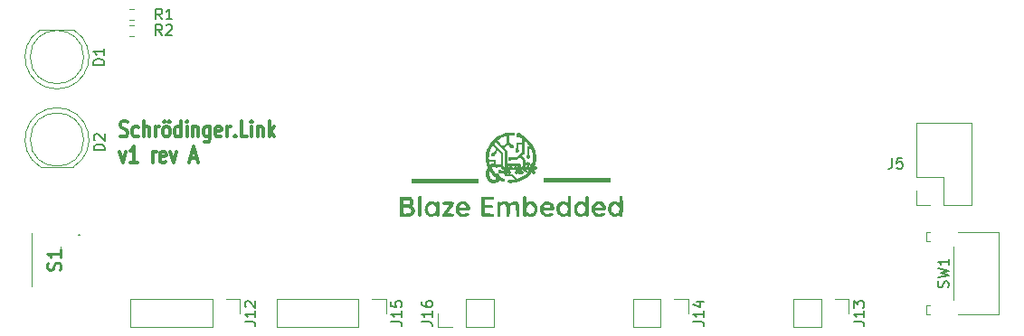
<source format=gbr>
%TF.GenerationSoftware,KiCad,Pcbnew,(6.0.0)*%
%TF.CreationDate,2022-06-06T22:52:27+03:00*%
%TF.ProjectId,link,6c696e6b-2e6b-4696-9361-645f70636258,rev?*%
%TF.SameCoordinates,Original*%
%TF.FileFunction,Legend,Top*%
%TF.FilePolarity,Positive*%
%FSLAX46Y46*%
G04 Gerber Fmt 4.6, Leading zero omitted, Abs format (unit mm)*
G04 Created by KiCad (PCBNEW (6.0.0)) date 2022-06-06 22:52:27*
%MOMM*%
%LPD*%
G01*
G04 APERTURE LIST*
%ADD10C,0.300000*%
%ADD11C,0.150000*%
%ADD12C,0.254000*%
%ADD13C,0.120000*%
%ADD14C,0.100000*%
%ADD15C,0.200000*%
G04 APERTURE END LIST*
D10*
X111423571Y-62399642D02*
X111595000Y-62471071D01*
X111880714Y-62471071D01*
X111995000Y-62399642D01*
X112052142Y-62328214D01*
X112109285Y-62185357D01*
X112109285Y-62042500D01*
X112052142Y-61899642D01*
X111995000Y-61828214D01*
X111880714Y-61756785D01*
X111652142Y-61685357D01*
X111537857Y-61613928D01*
X111480714Y-61542500D01*
X111423571Y-61399642D01*
X111423571Y-61256785D01*
X111480714Y-61113928D01*
X111537857Y-61042500D01*
X111652142Y-60971071D01*
X111937857Y-60971071D01*
X112109285Y-61042500D01*
X113137857Y-62399642D02*
X113023571Y-62471071D01*
X112795000Y-62471071D01*
X112680714Y-62399642D01*
X112623571Y-62328214D01*
X112566428Y-62185357D01*
X112566428Y-61756785D01*
X112623571Y-61613928D01*
X112680714Y-61542500D01*
X112795000Y-61471071D01*
X113023571Y-61471071D01*
X113137857Y-61542500D01*
X113652142Y-62471071D02*
X113652142Y-60971071D01*
X114166428Y-62471071D02*
X114166428Y-61685357D01*
X114109285Y-61542500D01*
X113995000Y-61471071D01*
X113823571Y-61471071D01*
X113709285Y-61542500D01*
X113652142Y-61613928D01*
X114737857Y-62471071D02*
X114737857Y-61471071D01*
X114737857Y-61756785D02*
X114795000Y-61613928D01*
X114852142Y-61542500D01*
X114966428Y-61471071D01*
X115080714Y-61471071D01*
X115652142Y-62471071D02*
X115537857Y-62399642D01*
X115480714Y-62328214D01*
X115423571Y-62185357D01*
X115423571Y-61756785D01*
X115480714Y-61613928D01*
X115537857Y-61542500D01*
X115652142Y-61471071D01*
X115823571Y-61471071D01*
X115937857Y-61542500D01*
X115995000Y-61613928D01*
X116052142Y-61756785D01*
X116052142Y-62185357D01*
X115995000Y-62328214D01*
X115937857Y-62399642D01*
X115823571Y-62471071D01*
X115652142Y-62471071D01*
X115537857Y-60971071D02*
X115595000Y-61042500D01*
X115537857Y-61113928D01*
X115480714Y-61042500D01*
X115537857Y-60971071D01*
X115537857Y-61113928D01*
X115995000Y-60971071D02*
X116052142Y-61042500D01*
X115995000Y-61113928D01*
X115937857Y-61042500D01*
X115995000Y-60971071D01*
X115995000Y-61113928D01*
X117080714Y-62471071D02*
X117080714Y-60971071D01*
X117080714Y-62399642D02*
X116966428Y-62471071D01*
X116737857Y-62471071D01*
X116623571Y-62399642D01*
X116566428Y-62328214D01*
X116509285Y-62185357D01*
X116509285Y-61756785D01*
X116566428Y-61613928D01*
X116623571Y-61542500D01*
X116737857Y-61471071D01*
X116966428Y-61471071D01*
X117080714Y-61542500D01*
X117652142Y-62471071D02*
X117652142Y-61471071D01*
X117652142Y-60971071D02*
X117595000Y-61042500D01*
X117652142Y-61113928D01*
X117709285Y-61042500D01*
X117652142Y-60971071D01*
X117652142Y-61113928D01*
X118223571Y-61471071D02*
X118223571Y-62471071D01*
X118223571Y-61613928D02*
X118280714Y-61542500D01*
X118395000Y-61471071D01*
X118566428Y-61471071D01*
X118680714Y-61542500D01*
X118737857Y-61685357D01*
X118737857Y-62471071D01*
X119823571Y-61471071D02*
X119823571Y-62685357D01*
X119766428Y-62828214D01*
X119709285Y-62899642D01*
X119595000Y-62971071D01*
X119423571Y-62971071D01*
X119309285Y-62899642D01*
X119823571Y-62399642D02*
X119709285Y-62471071D01*
X119480714Y-62471071D01*
X119366428Y-62399642D01*
X119309285Y-62328214D01*
X119252142Y-62185357D01*
X119252142Y-61756785D01*
X119309285Y-61613928D01*
X119366428Y-61542500D01*
X119480714Y-61471071D01*
X119709285Y-61471071D01*
X119823571Y-61542500D01*
X120852142Y-62399642D02*
X120737857Y-62471071D01*
X120509285Y-62471071D01*
X120395000Y-62399642D01*
X120337857Y-62256785D01*
X120337857Y-61685357D01*
X120395000Y-61542500D01*
X120509285Y-61471071D01*
X120737857Y-61471071D01*
X120852142Y-61542500D01*
X120909285Y-61685357D01*
X120909285Y-61828214D01*
X120337857Y-61971071D01*
X121423571Y-62471071D02*
X121423571Y-61471071D01*
X121423571Y-61756785D02*
X121480714Y-61613928D01*
X121537857Y-61542500D01*
X121652142Y-61471071D01*
X121766428Y-61471071D01*
X122166428Y-62328214D02*
X122223571Y-62399642D01*
X122166428Y-62471071D01*
X122109285Y-62399642D01*
X122166428Y-62328214D01*
X122166428Y-62471071D01*
X123309285Y-62471071D02*
X122737857Y-62471071D01*
X122737857Y-60971071D01*
X123709285Y-62471071D02*
X123709285Y-61471071D01*
X123709285Y-60971071D02*
X123652142Y-61042500D01*
X123709285Y-61113928D01*
X123766428Y-61042500D01*
X123709285Y-60971071D01*
X123709285Y-61113928D01*
X124280714Y-61471071D02*
X124280714Y-62471071D01*
X124280714Y-61613928D02*
X124337857Y-61542500D01*
X124452142Y-61471071D01*
X124623571Y-61471071D01*
X124737857Y-61542500D01*
X124795000Y-61685357D01*
X124795000Y-62471071D01*
X125366428Y-62471071D02*
X125366428Y-60971071D01*
X125480714Y-61899642D02*
X125823571Y-62471071D01*
X125823571Y-61471071D02*
X125366428Y-62042500D01*
X111366428Y-63886071D02*
X111652142Y-64886071D01*
X111937857Y-63886071D01*
X113023571Y-64886071D02*
X112337857Y-64886071D01*
X112680714Y-64886071D02*
X112680714Y-63386071D01*
X112566428Y-63600357D01*
X112452142Y-63743214D01*
X112337857Y-63814642D01*
X114452142Y-64886071D02*
X114452142Y-63886071D01*
X114452142Y-64171785D02*
X114509285Y-64028928D01*
X114566428Y-63957500D01*
X114680714Y-63886071D01*
X114795000Y-63886071D01*
X115652142Y-64814642D02*
X115537857Y-64886071D01*
X115309285Y-64886071D01*
X115195000Y-64814642D01*
X115137857Y-64671785D01*
X115137857Y-64100357D01*
X115195000Y-63957500D01*
X115309285Y-63886071D01*
X115537857Y-63886071D01*
X115652142Y-63957500D01*
X115709285Y-64100357D01*
X115709285Y-64243214D01*
X115137857Y-64386071D01*
X116109285Y-63886071D02*
X116395000Y-64886071D01*
X116680714Y-63886071D01*
X117995000Y-64457500D02*
X118566428Y-64457500D01*
X117880714Y-64886071D02*
X118280714Y-63386071D01*
X118680714Y-64886071D01*
%TO.C,G\u002A\u002A\u002A*%
X146657428Y-65238000D02*
X146512285Y-65165428D01*
X146294571Y-65165428D01*
X146076857Y-65238000D01*
X145931714Y-65383142D01*
X145859142Y-65528285D01*
X145786571Y-65818571D01*
X145786571Y-66036285D01*
X145859142Y-66326571D01*
X145931714Y-66471714D01*
X146076857Y-66616857D01*
X146294571Y-66689428D01*
X146439714Y-66689428D01*
X146657428Y-66616857D01*
X146730000Y-66544285D01*
X146730000Y-66036285D01*
X146439714Y-66036285D01*
X147600857Y-65165428D02*
X147600857Y-65528285D01*
X147238000Y-65383142D02*
X147600857Y-65528285D01*
X147963714Y-65383142D01*
X147383142Y-65818571D02*
X147600857Y-65528285D01*
X147818571Y-65818571D01*
X148762000Y-65165428D02*
X148762000Y-65528285D01*
X148399142Y-65383142D02*
X148762000Y-65528285D01*
X149124857Y-65383142D01*
X148544285Y-65818571D02*
X148762000Y-65528285D01*
X148979714Y-65818571D01*
X149923142Y-65165428D02*
X149923142Y-65528285D01*
X149560285Y-65383142D02*
X149923142Y-65528285D01*
X150286000Y-65383142D01*
X149705428Y-65818571D02*
X149923142Y-65528285D01*
X150140857Y-65818571D01*
D11*
%TO.C,J16*%
X139622380Y-79809523D02*
X140336666Y-79809523D01*
X140479523Y-79857142D01*
X140574761Y-79952380D01*
X140622380Y-80095238D01*
X140622380Y-80190476D01*
X140622380Y-78809523D02*
X140622380Y-79380952D01*
X140622380Y-79095238D02*
X139622380Y-79095238D01*
X139765238Y-79190476D01*
X139860476Y-79285714D01*
X139908095Y-79380952D01*
X139622380Y-77952380D02*
X139622380Y-78142857D01*
X139670000Y-78238095D01*
X139717619Y-78285714D01*
X139860476Y-78380952D01*
X140050952Y-78428571D01*
X140431904Y-78428571D01*
X140527142Y-78380952D01*
X140574761Y-78333333D01*
X140622380Y-78238095D01*
X140622380Y-78047619D01*
X140574761Y-77952380D01*
X140527142Y-77904761D01*
X140431904Y-77857142D01*
X140193809Y-77857142D01*
X140098571Y-77904761D01*
X140050952Y-77952380D01*
X140003333Y-78047619D01*
X140003333Y-78238095D01*
X140050952Y-78333333D01*
X140098571Y-78380952D01*
X140193809Y-78428571D01*
%TO.C,J15*%
X136782380Y-79809523D02*
X137496666Y-79809523D01*
X137639523Y-79857142D01*
X137734761Y-79952380D01*
X137782380Y-80095238D01*
X137782380Y-80190476D01*
X137782380Y-78809523D02*
X137782380Y-79380952D01*
X137782380Y-79095238D02*
X136782380Y-79095238D01*
X136925238Y-79190476D01*
X137020476Y-79285714D01*
X137068095Y-79380952D01*
X136782380Y-77904761D02*
X136782380Y-78380952D01*
X137258571Y-78428571D01*
X137210952Y-78380952D01*
X137163333Y-78285714D01*
X137163333Y-78047619D01*
X137210952Y-77952380D01*
X137258571Y-77904761D01*
X137353809Y-77857142D01*
X137591904Y-77857142D01*
X137687142Y-77904761D01*
X137734761Y-77952380D01*
X137782380Y-78047619D01*
X137782380Y-78285714D01*
X137734761Y-78380952D01*
X137687142Y-78428571D01*
%TO.C,D2*%
X109952380Y-63738095D02*
X108952380Y-63738095D01*
X108952380Y-63500000D01*
X109000000Y-63357142D01*
X109095238Y-63261904D01*
X109190476Y-63214285D01*
X109380952Y-63166666D01*
X109523809Y-63166666D01*
X109714285Y-63214285D01*
X109809523Y-63261904D01*
X109904761Y-63357142D01*
X109952380Y-63500000D01*
X109952380Y-63738095D01*
X109047619Y-62785714D02*
X109000000Y-62738095D01*
X108952380Y-62642857D01*
X108952380Y-62404761D01*
X109000000Y-62309523D01*
X109047619Y-62261904D01*
X109142857Y-62214285D01*
X109238095Y-62214285D01*
X109380952Y-62261904D01*
X109952380Y-62833333D01*
X109952380Y-62214285D01*
%TO.C,J14*%
X165057380Y-79809523D02*
X165771666Y-79809523D01*
X165914523Y-79857142D01*
X166009761Y-79952380D01*
X166057380Y-80095238D01*
X166057380Y-80190476D01*
X166057380Y-78809523D02*
X166057380Y-79380952D01*
X166057380Y-79095238D02*
X165057380Y-79095238D01*
X165200238Y-79190476D01*
X165295476Y-79285714D01*
X165343095Y-79380952D01*
X165390714Y-77952380D02*
X166057380Y-77952380D01*
X165009761Y-78190476D02*
X165724047Y-78428571D01*
X165724047Y-77809523D01*
%TO.C,D1*%
X109912380Y-55733095D02*
X108912380Y-55733095D01*
X108912380Y-55495000D01*
X108960000Y-55352142D01*
X109055238Y-55256904D01*
X109150476Y-55209285D01*
X109340952Y-55161666D01*
X109483809Y-55161666D01*
X109674285Y-55209285D01*
X109769523Y-55256904D01*
X109864761Y-55352142D01*
X109912380Y-55495000D01*
X109912380Y-55733095D01*
X109912380Y-54209285D02*
X109912380Y-54780714D01*
X109912380Y-54495000D02*
X108912380Y-54495000D01*
X109055238Y-54590238D01*
X109150476Y-54685476D01*
X109198095Y-54780714D01*
%TO.C,SW1*%
X188904761Y-76583333D02*
X188952380Y-76440476D01*
X188952380Y-76202380D01*
X188904761Y-76107142D01*
X188857142Y-76059523D01*
X188761904Y-76011904D01*
X188666666Y-76011904D01*
X188571428Y-76059523D01*
X188523809Y-76107142D01*
X188476190Y-76202380D01*
X188428571Y-76392857D01*
X188380952Y-76488095D01*
X188333333Y-76535714D01*
X188238095Y-76583333D01*
X188142857Y-76583333D01*
X188047619Y-76535714D01*
X188000000Y-76488095D01*
X187952380Y-76392857D01*
X187952380Y-76154761D01*
X188000000Y-76011904D01*
X187952380Y-75678571D02*
X188952380Y-75440476D01*
X188238095Y-75250000D01*
X188952380Y-75059523D01*
X187952380Y-74821428D01*
X188952380Y-73916666D02*
X188952380Y-74488095D01*
X188952380Y-74202380D02*
X187952380Y-74202380D01*
X188095238Y-74297619D01*
X188190476Y-74392857D01*
X188238095Y-74488095D01*
%TO.C,J5*%
X183666666Y-64452380D02*
X183666666Y-65166666D01*
X183619047Y-65309523D01*
X183523809Y-65404761D01*
X183380952Y-65452380D01*
X183285714Y-65452380D01*
X184619047Y-64452380D02*
X184142857Y-64452380D01*
X184095238Y-64928571D01*
X184142857Y-64880952D01*
X184238095Y-64833333D01*
X184476190Y-64833333D01*
X184571428Y-64880952D01*
X184619047Y-64928571D01*
X184666666Y-65023809D01*
X184666666Y-65261904D01*
X184619047Y-65357142D01*
X184571428Y-65404761D01*
X184476190Y-65452380D01*
X184238095Y-65452380D01*
X184142857Y-65404761D01*
X184095238Y-65357142D01*
%TO.C,J12*%
X123082380Y-79809523D02*
X123796666Y-79809523D01*
X123939523Y-79857142D01*
X124034761Y-79952380D01*
X124082380Y-80095238D01*
X124082380Y-80190476D01*
X124082380Y-78809523D02*
X124082380Y-79380952D01*
X124082380Y-79095238D02*
X123082380Y-79095238D01*
X123225238Y-79190476D01*
X123320476Y-79285714D01*
X123368095Y-79380952D01*
X123177619Y-78428571D02*
X123130000Y-78380952D01*
X123082380Y-78285714D01*
X123082380Y-78047619D01*
X123130000Y-77952380D01*
X123177619Y-77904761D01*
X123272857Y-77857142D01*
X123368095Y-77857142D01*
X123510952Y-77904761D01*
X124082380Y-78476190D01*
X124082380Y-77857142D01*
%TO.C,R1*%
X115333333Y-51452380D02*
X115000000Y-50976190D01*
X114761904Y-51452380D02*
X114761904Y-50452380D01*
X115142857Y-50452380D01*
X115238095Y-50500000D01*
X115285714Y-50547619D01*
X115333333Y-50642857D01*
X115333333Y-50785714D01*
X115285714Y-50880952D01*
X115238095Y-50928571D01*
X115142857Y-50976190D01*
X114761904Y-50976190D01*
X116285714Y-51452380D02*
X115714285Y-51452380D01*
X116000000Y-51452380D02*
X116000000Y-50452380D01*
X115904761Y-50595238D01*
X115809523Y-50690476D01*
X115714285Y-50738095D01*
%TO.C,R2*%
X115333333Y-52952380D02*
X115000000Y-52476190D01*
X114761904Y-52952380D02*
X114761904Y-51952380D01*
X115142857Y-51952380D01*
X115238095Y-52000000D01*
X115285714Y-52047619D01*
X115333333Y-52142857D01*
X115333333Y-52285714D01*
X115285714Y-52380952D01*
X115238095Y-52428571D01*
X115142857Y-52476190D01*
X114761904Y-52476190D01*
X115714285Y-52047619D02*
X115761904Y-52000000D01*
X115857142Y-51952380D01*
X116095238Y-51952380D01*
X116190476Y-52000000D01*
X116238095Y-52047619D01*
X116285714Y-52142857D01*
X116285714Y-52238095D01*
X116238095Y-52380952D01*
X115666666Y-52952380D01*
X116285714Y-52952380D01*
%TO.C,J13*%
X180057380Y-79809523D02*
X180771666Y-79809523D01*
X180914523Y-79857142D01*
X181009761Y-79952380D01*
X181057380Y-80095238D01*
X181057380Y-80190476D01*
X181057380Y-78809523D02*
X181057380Y-79380952D01*
X181057380Y-79095238D02*
X180057380Y-79095238D01*
X180200238Y-79190476D01*
X180295476Y-79285714D01*
X180343095Y-79380952D01*
X180057380Y-78476190D02*
X180057380Y-77857142D01*
X180438333Y-78190476D01*
X180438333Y-78047619D01*
X180485952Y-77952380D01*
X180533571Y-77904761D01*
X180628809Y-77857142D01*
X180866904Y-77857142D01*
X180962142Y-77904761D01*
X181009761Y-77952380D01*
X181057380Y-78047619D01*
X181057380Y-78333333D01*
X181009761Y-78428571D01*
X180962142Y-78476190D01*
D12*
%TO.C,S1*%
X105789047Y-74967619D02*
X105849523Y-74786190D01*
X105849523Y-74483809D01*
X105789047Y-74362857D01*
X105728571Y-74302380D01*
X105607619Y-74241904D01*
X105486666Y-74241904D01*
X105365714Y-74302380D01*
X105305238Y-74362857D01*
X105244761Y-74483809D01*
X105184285Y-74725714D01*
X105123809Y-74846666D01*
X105063333Y-74907142D01*
X104942380Y-74967619D01*
X104821428Y-74967619D01*
X104700476Y-74907142D01*
X104640000Y-74846666D01*
X104579523Y-74725714D01*
X104579523Y-74423333D01*
X104640000Y-74241904D01*
X105849523Y-73032380D02*
X105849523Y-73758095D01*
X105849523Y-73395238D02*
X104579523Y-73395238D01*
X104760952Y-73516190D01*
X104881904Y-73637142D01*
X104942380Y-73758095D01*
%TO.C,G\u002A\u002A\u002A*%
G36*
X139948135Y-68994909D02*
G01*
X140011403Y-68838763D01*
X140115301Y-68703144D01*
X140159651Y-68660486D01*
X140304758Y-68564234D01*
X140468399Y-68514396D01*
X140638257Y-68512309D01*
X140802018Y-68559306D01*
X140851971Y-68585431D01*
X140947342Y-68641701D01*
X141012497Y-68571398D01*
X141092985Y-68512702D01*
X141173245Y-68509181D01*
X141247046Y-68556674D01*
X141265322Y-68578050D01*
X141279094Y-68605720D01*
X141288995Y-68647209D01*
X141295659Y-68710046D01*
X141299718Y-68801758D01*
X141301806Y-68929871D01*
X141302555Y-69101915D01*
X141302626Y-69217449D01*
X141302026Y-69423334D01*
X141299915Y-69580861D01*
X141295825Y-69697242D01*
X141289288Y-69779691D01*
X141279836Y-69835418D01*
X141267002Y-69871637D01*
X141259365Y-69884407D01*
X141194527Y-69935192D01*
X141114113Y-69945027D01*
X141039618Y-69913802D01*
X141013303Y-69885687D01*
X140970939Y-69825202D01*
X140834280Y-69899582D01*
X140666031Y-69961712D01*
X140490777Y-69972993D01*
X140320788Y-69933080D01*
X140280720Y-69915145D01*
X140130572Y-69811272D01*
X140018389Y-69669488D01*
X139946534Y-69494564D01*
X139917368Y-69291270D01*
X139918059Y-69251422D01*
X140218818Y-69251422D01*
X140240256Y-69400836D01*
X140298992Y-69524157D01*
X140386665Y-69616150D01*
X140494911Y-69671578D01*
X140615368Y-69685205D01*
X140739674Y-69651792D01*
X140800690Y-69615786D01*
X140904672Y-69521189D01*
X140962266Y-69411888D01*
X140981106Y-69272702D01*
X140981155Y-69256952D01*
X140960252Y-69090200D01*
X140902101Y-68959250D01*
X140810203Y-68867885D01*
X140688059Y-68819887D01*
X140572233Y-68815139D01*
X140435777Y-68852018D01*
X140328413Y-68932848D01*
X140255094Y-69051516D01*
X140220771Y-69201909D01*
X140218818Y-69251422D01*
X139918059Y-69251422D01*
X139919206Y-69185309D01*
X139948135Y-68994909D01*
G37*
G36*
X142915861Y-68863433D02*
G01*
X143024347Y-68712919D01*
X143167624Y-68599154D01*
X143341188Y-68527668D01*
X143425176Y-68511143D01*
X143591540Y-68514824D01*
X143751386Y-68566641D01*
X143896103Y-68659192D01*
X144017079Y-68785072D01*
X144105701Y-68936879D01*
X144153358Y-69107209D01*
X144157005Y-69140263D01*
X144161666Y-69211121D01*
X144157451Y-69263818D01*
X144137337Y-69301322D01*
X144094300Y-69326604D01*
X144021318Y-69342631D01*
X143911367Y-69352372D01*
X143757424Y-69358797D01*
X143631108Y-69362582D01*
X143457430Y-69367895D01*
X143331776Y-69372994D01*
X143246607Y-69378991D01*
X143194383Y-69386996D01*
X143167564Y-69398120D01*
X143158610Y-69413475D01*
X143159632Y-69432057D01*
X143195205Y-69507956D01*
X143267718Y-69583362D01*
X143360374Y-69643580D01*
X143431002Y-69669486D01*
X143594332Y-69681000D01*
X143757185Y-69645656D01*
X143809287Y-69622872D01*
X143914167Y-69587409D01*
X143998199Y-69594334D01*
X144053208Y-69642723D01*
X144057284Y-69650861D01*
X144070273Y-69732641D01*
X144030418Y-69808068D01*
X143936509Y-69879109D01*
X143907003Y-69895104D01*
X143788971Y-69936442D01*
X143640786Y-69961220D01*
X143484697Y-69968012D01*
X143342956Y-69955395D01*
X143268707Y-69935979D01*
X143100519Y-69845321D01*
X142968109Y-69715347D01*
X142875686Y-69552485D01*
X142827457Y-69363163D01*
X142821268Y-69252600D01*
X142843699Y-69069408D01*
X143136762Y-69069408D01*
X143162796Y-69075194D01*
X143233886Y-69079975D01*
X143339508Y-69083287D01*
X143469139Y-69084669D01*
X143484136Y-69084683D01*
X143615731Y-69083538D01*
X143724453Y-69080412D01*
X143799779Y-69075767D01*
X143831188Y-69070067D01*
X143831510Y-69069408D01*
X143812036Y-69010381D01*
X143764152Y-68938693D01*
X143703663Y-68875360D01*
X143665680Y-68848939D01*
X143541529Y-68810522D01*
X143413499Y-68813948D01*
X143296606Y-68855399D01*
X143205869Y-68931061D01*
X143178917Y-68972613D01*
X143150002Y-69032712D01*
X143136838Y-69068336D01*
X143136762Y-69069408D01*
X142843699Y-69069408D01*
X142846667Y-69045169D01*
X142915861Y-68863433D01*
G37*
G36*
X149111597Y-68984982D02*
G01*
X149111735Y-68742465D01*
X149112405Y-68549274D01*
X149113991Y-68399155D01*
X149116875Y-68285855D01*
X149121443Y-68203119D01*
X149128077Y-68144695D01*
X149137162Y-68104327D01*
X149149081Y-68075763D01*
X149164217Y-68052749D01*
X149169194Y-68046308D01*
X149240671Y-67985746D01*
X149315316Y-67980515D01*
X149389497Y-68028665D01*
X149414865Y-68060584D01*
X149431200Y-68103229D01*
X149440404Y-68168490D01*
X149444381Y-68268257D01*
X149445077Y-68376039D01*
X149446199Y-68495827D01*
X149449235Y-68591782D01*
X149453687Y-68652426D01*
X149457737Y-68667834D01*
X149486388Y-68653646D01*
X149543421Y-68617981D01*
X149569820Y-68600364D01*
X149720276Y-68528718D01*
X149878026Y-68507006D01*
X150034777Y-68531811D01*
X150182238Y-68599718D01*
X150312117Y-68707310D01*
X150416121Y-68851172D01*
X150468781Y-68970722D01*
X150485369Y-69047650D01*
X150496931Y-69155701D01*
X150500823Y-69262517D01*
X150478466Y-69460880D01*
X150416116Y-69633462D01*
X150319986Y-69775832D01*
X150196289Y-69883559D01*
X150051239Y-69952211D01*
X149891049Y-69977357D01*
X149721931Y-69954566D01*
X149598396Y-69906122D01*
X149464397Y-69838283D01*
X149411035Y-69906122D01*
X149339481Y-69961153D01*
X149257119Y-69973121D01*
X149182064Y-69941597D01*
X149154858Y-69912197D01*
X149142490Y-69887748D01*
X149132664Y-69849654D01*
X149125104Y-69791977D01*
X149119533Y-69708780D01*
X149115674Y-69594127D01*
X149113250Y-69442080D01*
X149111984Y-69246702D01*
X149111983Y-69246132D01*
X149446673Y-69246132D01*
X149455090Y-69371593D01*
X149483916Y-69468240D01*
X149570122Y-69582791D01*
X149682120Y-69655298D01*
X149808737Y-69682741D01*
X149938805Y-69662100D01*
X150028665Y-69615528D01*
X150113691Y-69524890D01*
X150170109Y-69400632D01*
X150194717Y-69258567D01*
X150184310Y-69114510D01*
X150150761Y-69012898D01*
X150073528Y-68906788D01*
X149968976Y-68839215D01*
X149849370Y-68810247D01*
X149726977Y-68819955D01*
X149614062Y-68868407D01*
X149522892Y-68955672D01*
X149491485Y-69009179D01*
X149458938Y-69117281D01*
X149446673Y-69246132D01*
X149111983Y-69246132D01*
X149111599Y-69002056D01*
X149111597Y-68984982D01*
G37*
G36*
X150772146Y-68898665D02*
G01*
X150884537Y-68737394D01*
X151022869Y-68618250D01*
X151179055Y-68542437D01*
X151345010Y-68511162D01*
X151512645Y-68525630D01*
X151673875Y-68587046D01*
X151820614Y-68696616D01*
X151858544Y-68736706D01*
X151946342Y-68858744D01*
X152008554Y-68989934D01*
X152041551Y-69117456D01*
X152041705Y-69228493D01*
X152016695Y-69295405D01*
X151999149Y-69319880D01*
X151977848Y-69337546D01*
X151944269Y-69349512D01*
X151889889Y-69356889D01*
X151806187Y-69360786D01*
X151684637Y-69362314D01*
X151516719Y-69362582D01*
X151500891Y-69362582D01*
X151328205Y-69363013D01*
X151203439Y-69364832D01*
X151118937Y-69368830D01*
X151067043Y-69375797D01*
X151040101Y-69386523D01*
X151030454Y-69401799D01*
X151029721Y-69411214D01*
X151047020Y-69468818D01*
X151078353Y-69518900D01*
X151192886Y-69618326D01*
X151331743Y-69672670D01*
X151482720Y-69678741D01*
X151589226Y-69652504D01*
X151737264Y-69605982D01*
X151843754Y-69593483D01*
X151911425Y-69615434D01*
X151943005Y-69672264D01*
X151946171Y-69708515D01*
X151920424Y-69788218D01*
X151850043Y-69856832D01*
X151745315Y-69911796D01*
X151616527Y-69950548D01*
X151473966Y-69970526D01*
X151327919Y-69969169D01*
X151188675Y-69943913D01*
X151112473Y-69916132D01*
X150943381Y-69812644D01*
X150814210Y-69671771D01*
X150769834Y-69598797D01*
X150728265Y-69479276D01*
X150707885Y-69328853D01*
X150708626Y-69167980D01*
X150729304Y-69024841D01*
X151029102Y-69024841D01*
X151038672Y-69055647D01*
X151088155Y-69073650D01*
X151182424Y-69082197D01*
X151326356Y-69084634D01*
X151362582Y-69084683D01*
X151503862Y-69083993D01*
X151598675Y-69081007D01*
X151656126Y-69074349D01*
X151685321Y-69062643D01*
X151695364Y-69044514D01*
X151696061Y-69034302D01*
X151677039Y-68984436D01*
X151629556Y-68921435D01*
X151610867Y-68902300D01*
X151554644Y-68855273D01*
X151498069Y-68830693D01*
X151419621Y-68821600D01*
X151358478Y-68820678D01*
X151261509Y-68823449D01*
X151199485Y-68836769D01*
X151151856Y-68868150D01*
X151110193Y-68911434D01*
X151054567Y-68977886D01*
X151029102Y-69024841D01*
X150729304Y-69024841D01*
X150730421Y-69017110D01*
X150772146Y-68898665D01*
G37*
G36*
X152264891Y-69035172D02*
G01*
X152327436Y-68861893D01*
X152424004Y-68718002D01*
X152548247Y-68607958D01*
X152693818Y-68536220D01*
X152854369Y-68507246D01*
X153023554Y-68525493D01*
X153170201Y-68581876D01*
X153239816Y-68616791D01*
X153286271Y-68637545D01*
X153294838Y-68640044D01*
X153300204Y-68614174D01*
X153304498Y-68544239D01*
X153307203Y-68441751D01*
X153307878Y-68349825D01*
X153308763Y-68218602D01*
X153312840Y-68131441D01*
X153322240Y-68076836D01*
X153339093Y-68043280D01*
X153365532Y-68019267D01*
X153369641Y-68016346D01*
X153454964Y-67976992D01*
X153527489Y-67990251D01*
X153567575Y-68023906D01*
X153580413Y-68043121D01*
X153590649Y-68073228D01*
X153598570Y-68120111D01*
X153604461Y-68189653D01*
X153608611Y-68287738D01*
X153611307Y-68420249D01*
X153612835Y-68593070D01*
X153613482Y-68812084D01*
X153613567Y-68966779D01*
X153613373Y-69225658D01*
X153612228Y-69434362D01*
X153609290Y-69598294D01*
X153603715Y-69722859D01*
X153594660Y-69813460D01*
X153581281Y-69875502D01*
X153562734Y-69914389D01*
X153538177Y-69935524D01*
X153506766Y-69944313D01*
X153467658Y-69946159D01*
X153460722Y-69946171D01*
X153391796Y-69927826D01*
X153333656Y-69883870D01*
X153307927Y-69830919D01*
X153307878Y-69828719D01*
X153291291Y-69821313D01*
X153258228Y-69843539D01*
X153137404Y-69918935D01*
X152987956Y-69961637D01*
X152827726Y-69969450D01*
X152674556Y-69940175D01*
X152627024Y-69921275D01*
X152475844Y-69821835D01*
X152359769Y-69682475D01*
X152281873Y-69508697D01*
X152245230Y-69306002D01*
X152243532Y-69257000D01*
X152544199Y-69257000D01*
X152565439Y-69386874D01*
X152618438Y-69501607D01*
X152697579Y-69594207D01*
X152797247Y-69657681D01*
X152911826Y-69685038D01*
X153035701Y-69669285D01*
X153135517Y-69622349D01*
X153226862Y-69533993D01*
X153283978Y-69415378D01*
X153307247Y-69279731D01*
X153297047Y-69140282D01*
X153253760Y-69010260D01*
X153177767Y-68902895D01*
X153113388Y-68852913D01*
X152989580Y-68809619D01*
X152859450Y-68813786D01*
X152738016Y-68861557D01*
X152640297Y-68949073D01*
X152619458Y-68979797D01*
X152560334Y-69118977D01*
X152544199Y-69257000D01*
X152243532Y-69257000D01*
X152242714Y-69233381D01*
X152264891Y-69035172D01*
G37*
G36*
X153905838Y-69237527D02*
G01*
X153914815Y-69061886D01*
X153945126Y-68924282D01*
X154002987Y-68809265D01*
X154094611Y-68701389D01*
X154137988Y-68660486D01*
X154282667Y-68564506D01*
X154445958Y-68514567D01*
X154615375Y-68512038D01*
X154778434Y-68558291D01*
X154828904Y-68584602D01*
X154891605Y-68619922D01*
X154930945Y-68638969D01*
X154935177Y-68640044D01*
X154940579Y-68614315D01*
X154944774Y-68545365D01*
X154947159Y-68445550D01*
X154947484Y-68388107D01*
X154953976Y-68218560D01*
X154974961Y-68097834D01*
X155012698Y-68020532D01*
X155069449Y-67981260D01*
X155121171Y-67973511D01*
X155176018Y-67991804D01*
X155225383Y-68028665D01*
X155240918Y-68046457D01*
X155253256Y-68069394D01*
X155262764Y-68103590D01*
X155269809Y-68155157D01*
X155274759Y-68230207D01*
X155277982Y-68334854D01*
X155279844Y-68475210D01*
X155280713Y-68657387D01*
X155280957Y-68887498D01*
X155280963Y-68953445D01*
X155280626Y-69201933D01*
X155279430Y-69400768D01*
X155277102Y-69555873D01*
X155273365Y-69673171D01*
X155267945Y-69758585D01*
X155260565Y-69818039D01*
X155250952Y-69857455D01*
X155238829Y-69882758D01*
X155237702Y-69884407D01*
X155172864Y-69935192D01*
X155092450Y-69945027D01*
X155017955Y-69913802D01*
X154991640Y-69885687D01*
X154949276Y-69825202D01*
X154812617Y-69899582D01*
X154645431Y-69960127D01*
X154467634Y-69970300D01*
X154314954Y-69936865D01*
X154163575Y-69853304D01*
X154037621Y-69725079D01*
X153974836Y-69623921D01*
X153939694Y-69546188D01*
X153918697Y-69470536D01*
X153908517Y-69378332D01*
X153905837Y-69251422D01*
X154197155Y-69251422D01*
X154219172Y-69407219D01*
X154280054Y-69532694D01*
X154372053Y-69622985D01*
X154487416Y-69673227D01*
X154618396Y-69678558D01*
X154757241Y-69634115D01*
X154783925Y-69619611D01*
X154881382Y-69531859D01*
X154940370Y-69406100D01*
X154959147Y-69251422D01*
X154938180Y-69087125D01*
X154879343Y-68957596D01*
X154786556Y-68867021D01*
X154663737Y-68819585D01*
X154550570Y-68815139D01*
X154414114Y-68852018D01*
X154306750Y-68932848D01*
X154233431Y-69051516D01*
X154199108Y-69201909D01*
X154197155Y-69251422D01*
X153905837Y-69251422D01*
X153905827Y-69250944D01*
X153905838Y-69237527D01*
G37*
G36*
X155641635Y-68856712D02*
G01*
X155752582Y-68710519D01*
X155897489Y-68598059D01*
X156071838Y-68526431D01*
X156140037Y-68512152D01*
X156293632Y-68513952D01*
X156450894Y-68561812D01*
X156599305Y-68648621D01*
X156726349Y-68767266D01*
X156811091Y-68893449D01*
X156862235Y-69021446D01*
X156885759Y-69143320D01*
X156880345Y-69245271D01*
X156850634Y-69307511D01*
X156828350Y-69327804D01*
X156798146Y-69342415D01*
X156751347Y-69352267D01*
X156679283Y-69358282D01*
X156573279Y-69361382D01*
X156424664Y-69362488D01*
X156332673Y-69362582D01*
X156148294Y-69363235D01*
X156014402Y-69366787D01*
X155925910Y-69375624D01*
X155877727Y-69392133D01*
X155864763Y-69418703D01*
X155881931Y-69457719D01*
X155924139Y-69511569D01*
X155950460Y-69541862D01*
X156067328Y-69637175D01*
X156205609Y-69681232D01*
X156365411Y-69674062D01*
X156395986Y-69667450D01*
X156477242Y-69644017D01*
X156533541Y-69620468D01*
X156547131Y-69609899D01*
X156585246Y-69591275D01*
X156650640Y-69586057D01*
X156716528Y-69594752D01*
X156744104Y-69606170D01*
X156781296Y-69660649D01*
X156779478Y-69744260D01*
X156771890Y-69770626D01*
X156723486Y-69834264D01*
X156632459Y-69888659D01*
X156511379Y-69931132D01*
X156372813Y-69959003D01*
X156229330Y-69969594D01*
X156093498Y-69960226D01*
X155996806Y-69935832D01*
X155820977Y-69844147D01*
X155686318Y-69715295D01*
X155594077Y-69550722D01*
X155557752Y-69426710D01*
X155539701Y-69221906D01*
X155562572Y-69072597D01*
X155864551Y-69072597D01*
X155890583Y-69077184D01*
X155961648Y-69080972D01*
X156067202Y-69083591D01*
X156196699Y-69084673D01*
X156210480Y-69084683D01*
X156556409Y-69084683D01*
X156527606Y-69002060D01*
X156468382Y-68909886D01*
X156373311Y-68845683D01*
X156256613Y-68813284D01*
X156132506Y-68816521D01*
X156015209Y-68859226D01*
X156009756Y-68862480D01*
X155938630Y-68923860D01*
X155885062Y-69001903D01*
X155864551Y-69072597D01*
X155562572Y-69072597D01*
X155569168Y-69029540D01*
X155641635Y-68856712D01*
G37*
G36*
X157116776Y-68971674D02*
G01*
X157156635Y-68874073D01*
X157260706Y-68717368D01*
X157394620Y-68602313D01*
X157550109Y-68531751D01*
X157718904Y-68508530D01*
X157892736Y-68535496D01*
X158005649Y-68581876D01*
X158075264Y-68616791D01*
X158121720Y-68637545D01*
X158130287Y-68640044D01*
X158135653Y-68614174D01*
X158139947Y-68544239D01*
X158142652Y-68441751D01*
X158143326Y-68349825D01*
X158144211Y-68218602D01*
X158148288Y-68131441D01*
X158157688Y-68076836D01*
X158174542Y-68043280D01*
X158200981Y-68019267D01*
X158205089Y-68016346D01*
X158288876Y-67977229D01*
X158360891Y-67990259D01*
X158409971Y-68031583D01*
X158424699Y-68050741D01*
X158436419Y-68076136D01*
X158445470Y-68113843D01*
X158452197Y-68169934D01*
X158456939Y-68250483D01*
X158460040Y-68361562D01*
X158461840Y-68509246D01*
X158462683Y-68699607D01*
X158462908Y-68938719D01*
X158462910Y-68972169D01*
X158462705Y-69230269D01*
X158461513Y-69438208D01*
X158458472Y-69601404D01*
X158452718Y-69725277D01*
X158443389Y-69815245D01*
X158429620Y-69876727D01*
X158410548Y-69915141D01*
X158385312Y-69935906D01*
X158353046Y-69944441D01*
X158312888Y-69946164D01*
X158307746Y-69946171D01*
X158230401Y-69927174D01*
X158177909Y-69891480D01*
X158146479Y-69861253D01*
X158116487Y-69852501D01*
X158071054Y-69866481D01*
X157993303Y-69904453D01*
X157991482Y-69905375D01*
X157824807Y-69961548D01*
X157650575Y-69970265D01*
X157484959Y-69931039D01*
X157462473Y-69921275D01*
X157317981Y-69825316D01*
X157204387Y-69691243D01*
X157124580Y-69528950D01*
X157081450Y-69348329D01*
X157079523Y-69246132D01*
X157394595Y-69246132D01*
X157403012Y-69371593D01*
X157431838Y-69468240D01*
X157518680Y-69583262D01*
X157631963Y-69655753D01*
X157760612Y-69682547D01*
X157893557Y-69660479D01*
X157970966Y-69622349D01*
X158061715Y-69534866D01*
X158118671Y-69417788D01*
X158142471Y-69284105D01*
X158133751Y-69146811D01*
X158093147Y-69018896D01*
X158021297Y-68913354D01*
X157933098Y-68849475D01*
X157796183Y-68810829D01*
X157663988Y-68821134D01*
X157547675Y-68876778D01*
X157458405Y-68974152D01*
X157439406Y-69009179D01*
X157406859Y-69117281D01*
X157394595Y-69246132D01*
X157079523Y-69246132D01*
X157077885Y-69159273D01*
X157116776Y-68971674D01*
G37*
G36*
X137578893Y-69224072D02*
G01*
X137578775Y-69032029D01*
X137578930Y-68806783D01*
X137909819Y-68806783D01*
X138175041Y-68806783D01*
X138303178Y-68805241D01*
X138388465Y-68799151D01*
X138443581Y-68786315D01*
X138481208Y-68764537D01*
X138495843Y-68751204D01*
X138541710Y-68670984D01*
X138549423Y-68575598D01*
X138519202Y-68487896D01*
X138493002Y-68456769D01*
X138454807Y-68430636D01*
X138401948Y-68414579D01*
X138321391Y-68406388D01*
X138200098Y-68403858D01*
X138180365Y-68403829D01*
X137926149Y-68403829D01*
X137909819Y-68806783D01*
X137578930Y-68806783D01*
X137578941Y-68790791D01*
X137579680Y-68599024D01*
X137581355Y-68450619D01*
X137584325Y-68339468D01*
X137588953Y-68259463D01*
X137595600Y-68204495D01*
X137604628Y-68168455D01*
X137616398Y-68145235D01*
X137631271Y-68128727D01*
X137632276Y-68127811D01*
X137658054Y-68109685D01*
X137694591Y-68097102D01*
X137750712Y-68089386D01*
X137835240Y-68085861D01*
X137957000Y-68085853D01*
X138124816Y-68088686D01*
X138139443Y-68088992D01*
X138319504Y-68093869D01*
X138453211Y-68100430D01*
X138549784Y-68109670D01*
X138618446Y-68122581D01*
X138668416Y-68140157D01*
X138683163Y-68147577D01*
X138787146Y-68232422D01*
X138858528Y-68347830D01*
X138895244Y-68480261D01*
X138895229Y-68616178D01*
X138856415Y-68742043D01*
X138787949Y-68834280D01*
X138740995Y-68882830D01*
X138718497Y-68914818D01*
X138718162Y-68916796D01*
X138739649Y-68940660D01*
X138792536Y-68977524D01*
X138804335Y-68984654D01*
X138892559Y-69066837D01*
X138954801Y-69185681D01*
X138988195Y-69327303D01*
X138989877Y-69477820D01*
X138956981Y-69623349D01*
X138943109Y-69657126D01*
X138857658Y-69783029D01*
X138729577Y-69875678D01*
X138637593Y-69914130D01*
X138574545Y-69925985D01*
X138471529Y-69935002D01*
X138340416Y-69941160D01*
X138193075Y-69944434D01*
X138041377Y-69944800D01*
X137897192Y-69942234D01*
X137772390Y-69936713D01*
X137678841Y-69928213D01*
X137628415Y-69916710D01*
X137627407Y-69916155D01*
X137613673Y-69904470D01*
X137602781Y-69883250D01*
X137594407Y-69846573D01*
X137588224Y-69788517D01*
X137583907Y-69703161D01*
X137581130Y-69584582D01*
X137580017Y-69472304D01*
X137915859Y-69472304D01*
X137917308Y-69565032D01*
X137921999Y-69622795D01*
X137924078Y-69631211D01*
X137958092Y-69650716D01*
X138032957Y-69663263D01*
X138134391Y-69668899D01*
X138248109Y-69667671D01*
X138359826Y-69659627D01*
X138455258Y-69644814D01*
X138507587Y-69629276D01*
X138592333Y-69566002D01*
X138641849Y-69468985D01*
X138650732Y-69351379D01*
X138641911Y-69302364D01*
X138604658Y-69221015D01*
X138536720Y-69164866D01*
X138431824Y-69131446D01*
X138283698Y-69118284D01*
X138176258Y-69118937D01*
X137926149Y-69126368D01*
X137918003Y-69360259D01*
X137915859Y-69472304D01*
X137580017Y-69472304D01*
X137579567Y-69426860D01*
X137578893Y-69224072D01*
G37*
G36*
X139509871Y-67986286D02*
G01*
X139568395Y-68031541D01*
X139583400Y-68051285D01*
X139595378Y-68077860D01*
X139604736Y-68117455D01*
X139611883Y-68176258D01*
X139617229Y-68260459D01*
X139621182Y-68376245D01*
X139624150Y-68529806D01*
X139626542Y-68727329D01*
X139628488Y-68941662D01*
X139630326Y-69201491D01*
X139630480Y-69411214D01*
X139628141Y-69576297D01*
X139622498Y-69702208D01*
X139612740Y-69794413D01*
X139598056Y-69858379D01*
X139577635Y-69899573D01*
X139550666Y-69923461D01*
X139516339Y-69935511D01*
X139480331Y-69940572D01*
X139389862Y-69927147D01*
X139348963Y-69896699D01*
X139335730Y-69877487D01*
X139325200Y-69848330D01*
X139317069Y-69803258D01*
X139311037Y-69736307D01*
X139306801Y-69641510D01*
X139304058Y-69512899D01*
X139302508Y-69344509D01*
X139301847Y-69130373D01*
X139301751Y-68964387D01*
X139301892Y-68719627D01*
X139302555Y-68524377D01*
X139304101Y-68372567D01*
X139306891Y-68258127D01*
X139311284Y-68174988D01*
X139317642Y-68117080D01*
X139326325Y-68078333D01*
X139337694Y-68052678D01*
X139352108Y-68034044D01*
X139357330Y-68028665D01*
X139434131Y-67979770D01*
X139509871Y-67986286D01*
G37*
G36*
X142289237Y-68557260D02*
G01*
X142413468Y-68559607D01*
X142499504Y-68564598D01*
X142556032Y-68573115D01*
X142591741Y-68586042D01*
X142615321Y-68604260D01*
X142618341Y-68607495D01*
X142648372Y-68649193D01*
X142660380Y-68694496D01*
X142651394Y-68749864D01*
X142618445Y-68821755D01*
X142558562Y-68916628D01*
X142468775Y-69040944D01*
X142346114Y-69201160D01*
X142344272Y-69203530D01*
X142243753Y-69334265D01*
X142156233Y-69450737D01*
X142087061Y-69545608D01*
X142041588Y-69611539D01*
X142025164Y-69641191D01*
X142025164Y-69641222D01*
X142051490Y-69652988D01*
X142124687Y-69661890D01*
X142236089Y-69667158D01*
X142329876Y-69668271D01*
X142465326Y-69669212D01*
X142555753Y-69673165D01*
X142611698Y-69681830D01*
X142643701Y-69696907D01*
X142662304Y-69720094D01*
X142663355Y-69722024D01*
X142690432Y-69809420D01*
X142666509Y-69881673D01*
X142648453Y-69902501D01*
X142624055Y-69918624D01*
X142582675Y-69930353D01*
X142516430Y-69938330D01*
X142417436Y-69943196D01*
X142277809Y-69945593D01*
X142112107Y-69946171D01*
X141909928Y-69944681D01*
X141759592Y-69940057D01*
X141657437Y-69932066D01*
X141599803Y-69920476D01*
X141586083Y-69912823D01*
X141554077Y-69843581D01*
X141566976Y-69749947D01*
X141623404Y-69638302D01*
X141654832Y-69593978D01*
X141712790Y-69518130D01*
X141793701Y-69412634D01*
X141886549Y-69291837D01*
X141974417Y-69177742D01*
X142056167Y-69070476D01*
X142123890Y-68979279D01*
X142171161Y-68912975D01*
X142191558Y-68880388D01*
X142191904Y-68879000D01*
X142166128Y-68871851D01*
X142096847Y-68866241D01*
X141996131Y-68862930D01*
X141927899Y-68862363D01*
X141800052Y-68860805D01*
X141715014Y-68854656D01*
X141660065Y-68841704D01*
X141622487Y-68819738D01*
X141608315Y-68806783D01*
X141567094Y-68751765D01*
X141552735Y-68709519D01*
X141571132Y-68660207D01*
X141608315Y-68612254D01*
X141633155Y-68591484D01*
X141665544Y-68576620D01*
X141714427Y-68566689D01*
X141788753Y-68560713D01*
X141897470Y-68557718D01*
X142049524Y-68556727D01*
X142118122Y-68556674D01*
X142289237Y-68557260D01*
G37*
G36*
X145984075Y-68084657D02*
G01*
X146116412Y-68086454D01*
X146210041Y-68090481D01*
X146273399Y-68097580D01*
X146314918Y-68108596D01*
X146343035Y-68124371D01*
X146360394Y-68139825D01*
X146401615Y-68194843D01*
X146415974Y-68237090D01*
X146397577Y-68286402D01*
X146360394Y-68334355D01*
X146333416Y-68356584D01*
X146298024Y-68371991D01*
X146244379Y-68381800D01*
X146162640Y-68387240D01*
X146042970Y-68389536D01*
X145914631Y-68389934D01*
X145524448Y-68389934D01*
X145532519Y-68619201D01*
X145540591Y-68848468D01*
X145872340Y-68856343D01*
X146008722Y-68861965D01*
X146123593Y-68871221D01*
X146205212Y-68882895D01*
X146240556Y-68894483D01*
X146269873Y-68949016D01*
X146274792Y-69024140D01*
X146255315Y-69090508D01*
X146240556Y-69108143D01*
X146198979Y-69120954D01*
X146113564Y-69132444D01*
X145996053Y-69141396D01*
X145872340Y-69146283D01*
X145540591Y-69154158D01*
X145540591Y-69654376D01*
X145942550Y-69668271D01*
X146099357Y-69673959D01*
X146209926Y-69679605D01*
X146283566Y-69687063D01*
X146329585Y-69698190D01*
X146357293Y-69714839D01*
X146376000Y-69738866D01*
X146386267Y-69756690D01*
X146412115Y-69813574D01*
X146404175Y-69853665D01*
X146376008Y-69888692D01*
X146354700Y-69908879D01*
X146327204Y-69923700D01*
X146285324Y-69933979D01*
X146220864Y-69940542D01*
X146125628Y-69944211D01*
X145991420Y-69945813D01*
X145810044Y-69946171D01*
X145804595Y-69946171D01*
X145620532Y-69945710D01*
X145484005Y-69943847D01*
X145386977Y-69939859D01*
X145321409Y-69933022D01*
X145279262Y-69922616D01*
X145252498Y-69907916D01*
X145239209Y-69895350D01*
X145225896Y-69875401D01*
X145215391Y-69844221D01*
X145207369Y-69795666D01*
X145201509Y-69723597D01*
X145197487Y-69621872D01*
X145194982Y-69484350D01*
X145193670Y-69304889D01*
X145193229Y-69077350D01*
X145193217Y-69019967D01*
X145193376Y-68783790D01*
X145194118Y-68596894D01*
X145195841Y-68452984D01*
X145198943Y-68345763D01*
X145203821Y-68268932D01*
X145210873Y-68216194D01*
X145220496Y-68181254D01*
X145233089Y-68157812D01*
X145248797Y-68139825D01*
X145272398Y-68119929D01*
X145303079Y-68105424D01*
X145349274Y-68095468D01*
X145419419Y-68089217D01*
X145521948Y-68085828D01*
X145665296Y-68084457D01*
X145804595Y-68084245D01*
X145984075Y-68084657D01*
G37*
G36*
X148526700Y-68548393D02*
G01*
X148642657Y-68637191D01*
X148708643Y-68726319D01*
X148728634Y-68765655D01*
X148743570Y-68812068D01*
X148754393Y-68874448D01*
X148762041Y-68961681D01*
X148767455Y-69082655D01*
X148771574Y-69246259D01*
X148773282Y-69337643D01*
X148775977Y-69522621D01*
X148776307Y-69659998D01*
X148773753Y-69757725D01*
X148767797Y-69823750D01*
X148757919Y-69866022D01*
X148743601Y-69892492D01*
X148736560Y-69900390D01*
X148659042Y-69941715D01*
X148565587Y-69934400D01*
X148526182Y-69917403D01*
X148505402Y-69902258D01*
X148490771Y-69876849D01*
X148481225Y-69832345D01*
X148475697Y-69759914D01*
X148473122Y-69650725D01*
X148472435Y-69495947D01*
X148472429Y-69471872D01*
X148469214Y-69259394D01*
X148457813Y-69096163D01*
X148435590Y-68976124D01*
X148399909Y-68893222D01*
X148348133Y-68841402D01*
X148277628Y-68814609D01*
X148185756Y-68806788D01*
X148182900Y-68806783D01*
X148082828Y-68827258D01*
X147993491Y-68887811D01*
X147902735Y-68968838D01*
X147888840Y-69430800D01*
X147882747Y-69611381D01*
X147875302Y-69743852D01*
X147864071Y-69835671D01*
X147846618Y-69894299D01*
X147820508Y-69927195D01*
X147783305Y-69941817D01*
X147732574Y-69945626D01*
X147720711Y-69945745D01*
X147669719Y-69941877D01*
X147633078Y-69924384D01*
X147608446Y-69885502D01*
X147593482Y-69817462D01*
X147585843Y-69712497D01*
X147583187Y-69562841D01*
X147582996Y-69489026D01*
X147580094Y-69283241D01*
X147570696Y-69125685D01*
X147553487Y-69009247D01*
X147527154Y-68926820D01*
X147490382Y-68871292D01*
X147464728Y-68849288D01*
X147361997Y-68808897D01*
X147247024Y-68813797D01*
X147137031Y-68862146D01*
X147104213Y-68887811D01*
X147013457Y-68968838D01*
X146999562Y-69430800D01*
X146993469Y-69611381D01*
X146986024Y-69743852D01*
X146974793Y-69835671D01*
X146957340Y-69894299D01*
X146931230Y-69927195D01*
X146894028Y-69941817D01*
X146843297Y-69945626D01*
X146831433Y-69945745D01*
X146764100Y-69933713D01*
X146727221Y-69912823D01*
X146715297Y-69881798D01*
X146706216Y-69812858D01*
X146699776Y-69701959D01*
X146695773Y-69545061D01*
X146694003Y-69338122D01*
X146693873Y-69250171D01*
X146694117Y-69046828D01*
X146695251Y-68891757D01*
X146697882Y-68777652D01*
X146702616Y-68697206D01*
X146710059Y-68643112D01*
X146720817Y-68608064D01*
X146735495Y-68584756D01*
X146750295Y-68569807D01*
X146821524Y-68538128D01*
X146900237Y-68550670D01*
X146967385Y-68602818D01*
X146982789Y-68626149D01*
X147009238Y-68674060D01*
X147019231Y-68692134D01*
X147041651Y-68682871D01*
X147090531Y-68647040D01*
X147108842Y-68631995D01*
X147252984Y-68544460D01*
X147412324Y-68508838D01*
X147515628Y-68513829D01*
X147627338Y-68547989D01*
X147727879Y-68608908D01*
X147799748Y-68684391D01*
X147820198Y-68726037D01*
X147833557Y-68754130D01*
X147855500Y-68755523D01*
X147896934Y-68725950D01*
X147956024Y-68672913D01*
X148100134Y-68568791D01*
X148248146Y-68513675D01*
X148392765Y-68507048D01*
X148526700Y-68548393D01*
G37*
G36*
X144929212Y-66792013D02*
G01*
X138662582Y-66806147D01*
X138662582Y-66389059D01*
X144945542Y-66389059D01*
X144929212Y-66792013D01*
G37*
G36*
X149028228Y-63193217D02*
G01*
X148666958Y-63193217D01*
X148666958Y-63398238D01*
X148671088Y-63521007D01*
X148684537Y-63597896D01*
X148708643Y-63637856D01*
X148742139Y-63697010D01*
X148748183Y-63778851D01*
X148727660Y-63858251D01*
X148699508Y-63897553D01*
X148620914Y-63936425D01*
X148528922Y-63938452D01*
X148448396Y-63904439D01*
X148431577Y-63888886D01*
X148389083Y-63805936D01*
X148389703Y-63713627D01*
X148427270Y-63641694D01*
X148448585Y-63606083D01*
X148462287Y-63548733D01*
X148469756Y-63459072D01*
X148472368Y-63326528D01*
X148472429Y-63295241D01*
X148472429Y-62998687D01*
X149028228Y-62998687D01*
X149028228Y-62619922D01*
X148930020Y-62573090D01*
X148833023Y-62541177D01*
X148728778Y-62526384D01*
X148720332Y-62526258D01*
X148607609Y-62503690D01*
X148525192Y-62443320D01*
X148480011Y-62356149D01*
X148478996Y-62253179D01*
X148504758Y-62184005D01*
X148577835Y-62096833D01*
X148671797Y-62056019D01*
X148773909Y-62063718D01*
X148871325Y-62121977D01*
X148920119Y-62173627D01*
X148944291Y-62211819D01*
X148944858Y-62215491D01*
X148967338Y-62239792D01*
X149027500Y-62283435D01*
X149114427Y-62338794D01*
X149160657Y-62366246D01*
X149470356Y-62576730D01*
X149738035Y-62823478D01*
X149962811Y-63105389D01*
X150143803Y-63421359D01*
X150277820Y-63762910D01*
X150323828Y-63961209D01*
X150351379Y-64193544D01*
X150359990Y-64441359D01*
X150349180Y-64686098D01*
X150318467Y-64909204D01*
X150308758Y-64954556D01*
X150201320Y-65299194D01*
X150044197Y-65619031D01*
X149837853Y-65913222D01*
X149689161Y-66078555D01*
X149416941Y-66317156D01*
X149116226Y-66509612D01*
X148791882Y-66653703D01*
X148448775Y-66747212D01*
X148138950Y-66785681D01*
X148013525Y-66790722D01*
X147894780Y-66791823D01*
X147804769Y-66788857D01*
X147791576Y-66787705D01*
X147693508Y-66775632D01*
X147642362Y-66757851D01*
X147629736Y-66723322D01*
X147647227Y-66661009D01*
X147663354Y-66619259D01*
X147715555Y-66486365D01*
X147899871Y-66495843D01*
X148023200Y-66497897D01*
X148148730Y-66493283D01*
X148223166Y-66486207D01*
X148362146Y-66467093D01*
X148220757Y-66303886D01*
X148079369Y-66140679D01*
X147754837Y-66132867D01*
X147430306Y-66125055D01*
X147421836Y-65993053D01*
X147413366Y-65861050D01*
X147268992Y-65861934D01*
X147169374Y-65870606D01*
X147091297Y-65892035D01*
X147070673Y-65903619D01*
X146983115Y-65941435D01*
X146897902Y-65931705D01*
X146827567Y-65881519D01*
X146784642Y-65797971D01*
X146777243Y-65737571D01*
X146800321Y-65645694D01*
X146859955Y-65582948D01*
X146941741Y-65556274D01*
X147031276Y-65572614D01*
X147070673Y-65596162D01*
X147132640Y-65621454D01*
X147226119Y-65636084D01*
X147268992Y-65637847D01*
X147413366Y-65638731D01*
X147430306Y-65374727D01*
X147980663Y-65367187D01*
X148531019Y-65359647D01*
X148671204Y-65513030D01*
X148741293Y-65584866D01*
X148798419Y-65634542D01*
X148831820Y-65652875D01*
X148834355Y-65652220D01*
X148883270Y-65650730D01*
X148945344Y-65683015D01*
X149002400Y-65736945D01*
X149030454Y-65783055D01*
X149049174Y-65847737D01*
X149035002Y-65900227D01*
X149008742Y-65939243D01*
X148938618Y-65998930D01*
X148855007Y-66022426D01*
X148772556Y-66012505D01*
X148705912Y-65971937D01*
X148669723Y-65903496D01*
X148666958Y-65874551D01*
X148649268Y-65821718D01*
X148603407Y-65747391D01*
X148553437Y-65684328D01*
X148439915Y-65555361D01*
X147638731Y-65555361D01*
X147638731Y-65944420D01*
X148163593Y-65944420D01*
X148299896Y-66090317D01*
X148382551Y-66179547D01*
X148462653Y-66267262D01*
X148516841Y-66327697D01*
X148597484Y-66419179D01*
X148778118Y-66345743D01*
X148927709Y-66275282D01*
X149085796Y-66184796D01*
X149234978Y-66085442D01*
X149357849Y-65988379D01*
X149403251Y-65944958D01*
X149486479Y-65857696D01*
X149312933Y-65689959D01*
X149139387Y-65522223D01*
X149139387Y-64689485D01*
X148996975Y-64525749D01*
X148854562Y-64362014D01*
X148709132Y-64486259D01*
X148563701Y-64610503D01*
X148339019Y-64610503D01*
X148209578Y-64614065D01*
X148117978Y-64626826D01*
X148046817Y-64651904D01*
X148016445Y-64668261D01*
X147915371Y-64707742D01*
X147828155Y-64695351D01*
X147763950Y-64648383D01*
X147729660Y-64580220D01*
X147724813Y-64492074D01*
X147748527Y-64410538D01*
X147772921Y-64378596D01*
X147842555Y-64343098D01*
X147926957Y-64334548D01*
X148001255Y-64353367D01*
X148027790Y-64374289D01*
X148065273Y-64397422D01*
X148136701Y-64410745D01*
X148251641Y-64415812D01*
X148284246Y-64415974D01*
X148506106Y-64415974D01*
X148705173Y-64233243D01*
X149027430Y-64233243D01*
X149047512Y-64271238D01*
X149095916Y-64331089D01*
X149168099Y-64412113D01*
X149247716Y-64502255D01*
X149296686Y-64566662D01*
X149322428Y-64620098D01*
X149332362Y-64677327D01*
X149333917Y-64742120D01*
X149336437Y-64827916D01*
X149347545Y-64871750D01*
X149372561Y-64887145D01*
X149391482Y-64888403D01*
X149458841Y-64869335D01*
X149490732Y-64846718D01*
X149562913Y-64808509D01*
X149646432Y-64811453D01*
X149725421Y-64848236D01*
X149784011Y-64911545D01*
X149806346Y-64992171D01*
X149784626Y-65061574D01*
X149731430Y-65130815D01*
X149664701Y-65180775D01*
X149616827Y-65194092D01*
X149557999Y-65177507D01*
X149493073Y-65138512D01*
X149418546Y-65089264D01*
X149370357Y-65084087D01*
X149343813Y-65126193D01*
X149334219Y-65218795D01*
X149333917Y-65247432D01*
X149335931Y-65333582D01*
X149347362Y-65395174D01*
X149376290Y-65450387D01*
X149430796Y-65517397D01*
X149476316Y-65567740D01*
X149618715Y-65723547D01*
X149686967Y-65632507D01*
X149736626Y-65557984D01*
X149795662Y-65457764D01*
X149840206Y-65374851D01*
X149970103Y-65063520D01*
X150048712Y-64742905D01*
X150075558Y-64419207D01*
X150050168Y-64098624D01*
X149972067Y-63787356D01*
X149963480Y-63762910D01*
X149928170Y-63671318D01*
X149898249Y-63620041D01*
X149862755Y-63596276D01*
X149813293Y-63587463D01*
X149722976Y-63578754D01*
X149722976Y-63870057D01*
X149725349Y-64017328D01*
X149733531Y-64121545D01*
X149749120Y-64195075D01*
X149771608Y-64246659D01*
X149802096Y-64309671D01*
X149802048Y-64356697D01*
X149777696Y-64408336D01*
X149709179Y-64487772D01*
X149624988Y-64518908D01*
X149535650Y-64498908D01*
X149507548Y-64481138D01*
X149448827Y-64413826D01*
X149422016Y-64333610D01*
X149430741Y-64259244D01*
X149457553Y-64222622D01*
X149475067Y-64198664D01*
X149487283Y-64155007D01*
X149495048Y-64083070D01*
X149499213Y-63974268D01*
X149500628Y-63820017D01*
X149500657Y-63787298D01*
X149500657Y-63387746D01*
X149639606Y-63387746D01*
X149718892Y-63384896D01*
X149769199Y-63377609D01*
X149778556Y-63371911D01*
X149760337Y-63329851D01*
X149711110Y-63258443D01*
X149639018Y-63167786D01*
X149552204Y-63067983D01*
X149458811Y-62969134D01*
X149433515Y-62943910D01*
X149250547Y-62764078D01*
X149250547Y-64138074D01*
X149176313Y-64138074D01*
X149100232Y-64154814D01*
X149052180Y-64183232D01*
X149030657Y-64207207D01*
X149027430Y-64233243D01*
X148705173Y-64233243D01*
X149028228Y-63936700D01*
X149028228Y-63193217D01*
G37*
G36*
X157337418Y-66750328D02*
G01*
X151056893Y-66750328D01*
X151056893Y-66333479D01*
X157337418Y-66333479D01*
X157337418Y-66750328D01*
G37*
G36*
X145664451Y-64061966D02*
G01*
X145738913Y-63733071D01*
X145858525Y-63417183D01*
X146022272Y-63120048D01*
X146229139Y-62847413D01*
X146280070Y-62797829D01*
X146711949Y-62797829D01*
X146959968Y-63064984D01*
X147052683Y-63164132D01*
X147131093Y-63246623D01*
X147187904Y-63304885D01*
X147215824Y-63331343D01*
X147217300Y-63332152D01*
X147240721Y-63314953D01*
X147295813Y-63268807D01*
X147372903Y-63201913D01*
X147418777Y-63161381D01*
X147610941Y-62990595D01*
X147610941Y-62688952D01*
X147608988Y-62566998D01*
X147603695Y-62468684D01*
X147595915Y-62405301D01*
X147588195Y-62387309D01*
X147513272Y-62400349D01*
X147403275Y-62435647D01*
X147271146Y-62487467D01*
X147129824Y-62550071D01*
X146992252Y-62617724D01*
X146871371Y-62684689D01*
X146780122Y-62745231D01*
X146779334Y-62745838D01*
X146711949Y-62797829D01*
X146280070Y-62797829D01*
X146478114Y-62605023D01*
X146563282Y-62537229D01*
X146727304Y-62428177D01*
X146925247Y-62320076D01*
X147136204Y-62222983D01*
X147339268Y-62146952D01*
X147430306Y-62120236D01*
X147522470Y-62102552D01*
X147644336Y-62087889D01*
X147784208Y-62076639D01*
X147930389Y-62069196D01*
X148071185Y-62065952D01*
X148194899Y-62067297D01*
X148289835Y-62073626D01*
X148344299Y-62085329D01*
X148350468Y-62089381D01*
X148354860Y-62126287D01*
X148340677Y-62194193D01*
X148329470Y-62228331D01*
X148286778Y-62345624D01*
X148046124Y-62353653D01*
X147805471Y-62361683D01*
X147805650Y-62645447D01*
X147805829Y-62929212D01*
X147918972Y-63061214D01*
X148006799Y-63150034D01*
X148077212Y-63190164D01*
X148099427Y-63193217D01*
X148180575Y-63217126D01*
X148241119Y-63277847D01*
X148274049Y-63358869D01*
X148272353Y-63443681D01*
X148234271Y-63510774D01*
X148147957Y-63564560D01*
X148056835Y-63570430D01*
X147975078Y-63532704D01*
X147916861Y-63455703D01*
X147902150Y-63409530D01*
X147868751Y-63321418D01*
X147815206Y-63246470D01*
X147754778Y-63200761D01*
X147724204Y-63193891D01*
X147683850Y-63211826D01*
X147616239Y-63258762D01*
X147534416Y-63325429D01*
X147515045Y-63342501D01*
X147349675Y-63490437D01*
X147638731Y-63796071D01*
X147638731Y-64971772D01*
X148118107Y-64970889D01*
X148303640Y-64969539D01*
X148441228Y-64965877D01*
X148538479Y-64959306D01*
X148603001Y-64949232D01*
X148642401Y-64935062D01*
X148651428Y-64929204D01*
X148729076Y-64892317D01*
X148807528Y-64905145D01*
X148871635Y-64946000D01*
X148930758Y-65023203D01*
X148943009Y-65114018D01*
X148907287Y-65201204D01*
X148889278Y-65221882D01*
X148818328Y-65264039D01*
X148734877Y-65275705D01*
X148662156Y-65255536D01*
X148639620Y-65236321D01*
X148618447Y-65222050D01*
X148577090Y-65210999D01*
X148508818Y-65202641D01*
X148406899Y-65196449D01*
X148264601Y-65191898D01*
X148075193Y-65188459D01*
X148017891Y-65187689D01*
X147430306Y-65180197D01*
X147422849Y-64517214D01*
X147415391Y-63854231D01*
X146995151Y-63398669D01*
X146872746Y-63266886D01*
X146762621Y-63150058D01*
X146670408Y-63054015D01*
X146601737Y-62984591D01*
X146562239Y-62947617D01*
X146555329Y-62943107D01*
X146520217Y-62963492D01*
X146477783Y-63009198D01*
X146447863Y-63057050D01*
X146443764Y-63073454D01*
X146461914Y-63101469D01*
X146512661Y-63163531D01*
X146590446Y-63253267D01*
X146689714Y-63364309D01*
X146804907Y-63490284D01*
X146846718Y-63535391D01*
X147249672Y-63968624D01*
X147249672Y-65277462D01*
X146388184Y-65277462D01*
X146388184Y-64805033D01*
X146179759Y-64805033D01*
X146067954Y-64806182D01*
X146002981Y-64816768D01*
X145977005Y-64847498D01*
X145982193Y-64909081D01*
X146010713Y-65012223D01*
X146015730Y-65029256D01*
X146120915Y-65297182D01*
X146272596Y-65556578D01*
X146462521Y-65798583D01*
X146682437Y-66014336D01*
X146924092Y-66194978D01*
X147179236Y-66331646D01*
X147257780Y-66362969D01*
X147346490Y-66395809D01*
X147411389Y-66420494D01*
X147437952Y-66431465D01*
X147434485Y-66458714D01*
X147412385Y-66516249D01*
X147380276Y-66585917D01*
X147346782Y-66649567D01*
X147320527Y-66689045D01*
X147313187Y-66694089D01*
X147277581Y-66683872D01*
X147207445Y-66658037D01*
X147136215Y-66629606D01*
X146800235Y-66464001D01*
X146503713Y-66259519D01*
X146245435Y-66015163D01*
X146024184Y-65729934D01*
X146004887Y-65700426D01*
X145838386Y-65392690D01*
X145722106Y-65069230D01*
X145655033Y-64735791D01*
X145638110Y-64433123D01*
X145920750Y-64433123D01*
X145923974Y-64524472D01*
X145927117Y-64540832D01*
X145936346Y-64570727D01*
X145952815Y-64590550D01*
X145986517Y-64602370D01*
X146047445Y-64608257D01*
X146145593Y-64610279D01*
X146263659Y-64610503D01*
X146582713Y-64610503D01*
X146582713Y-65082932D01*
X147055142Y-65082932D01*
X147055042Y-64068600D01*
X146758586Y-63737340D01*
X146628965Y-63915478D01*
X146567364Y-64006337D01*
X146521626Y-64085614D01*
X146500035Y-64138649D01*
X146499344Y-64144898D01*
X146475955Y-64209764D01*
X146418428Y-64273879D01*
X146345722Y-64320064D01*
X146292182Y-64332604D01*
X146206086Y-64309147D01*
X146145113Y-64249019D01*
X146114860Y-64167588D01*
X146120925Y-64080222D01*
X146168907Y-64002288D01*
X146171104Y-64000207D01*
X146237009Y-63958392D01*
X146296217Y-63943545D01*
X146345314Y-63927192D01*
X146405148Y-63873945D01*
X146482723Y-63777521D01*
X146485506Y-63773748D01*
X146545377Y-63690125D01*
X146589608Y-63623975D01*
X146609998Y-63587662D01*
X146610503Y-63585296D01*
X146592062Y-63558450D01*
X146542996Y-63503393D01*
X146472695Y-63430492D01*
X146447667Y-63405503D01*
X146284830Y-63244366D01*
X146201303Y-63392478D01*
X146148152Y-63497120D01*
X146090896Y-63625815D01*
X146044653Y-63743455D01*
X146008396Y-63863645D01*
X145975720Y-64007347D01*
X145948782Y-64159921D01*
X145929739Y-64306726D01*
X145920750Y-64433123D01*
X145638110Y-64433123D01*
X145636153Y-64398121D01*
X145664451Y-64061966D01*
G37*
D13*
%TO.C,J16*%
X146370000Y-80330000D02*
X146370000Y-77670000D01*
X143770000Y-80330000D02*
X146370000Y-80330000D01*
X143770000Y-77670000D02*
X146370000Y-77670000D01*
X143770000Y-80330000D02*
X143770000Y-77670000D01*
X142500000Y-80330000D02*
X141170000Y-80330000D01*
X141170000Y-80330000D02*
X141170000Y-79000000D01*
%TO.C,J15*%
X126050000Y-77670000D02*
X126050000Y-80330000D01*
X133730000Y-77670000D02*
X126050000Y-77670000D01*
X133730000Y-80330000D02*
X126050000Y-80330000D01*
X133730000Y-77670000D02*
X133730000Y-80330000D01*
X135000000Y-77670000D02*
X136330000Y-77670000D01*
X136330000Y-77670000D02*
X136330000Y-79000000D01*
%TO.C,D2*%
X103955000Y-65290000D02*
X107045000Y-65290000D01*
X107044830Y-65290000D02*
G75*
G03*
X105499538Y-59740000I-1544830J2560000D01*
G01*
X105500462Y-59740000D02*
G75*
G03*
X103955170Y-65290000I-462J-2990000D01*
G01*
X108000000Y-62730000D02*
G75*
G03*
X108000000Y-62730000I-2500000J0D01*
G01*
%TO.C,J14*%
X162005000Y-77670000D02*
X159405000Y-77670000D01*
X164605000Y-77670000D02*
X164605000Y-79000000D01*
X163275000Y-77670000D02*
X164605000Y-77670000D01*
X162005000Y-77670000D02*
X162005000Y-80330000D01*
X162005000Y-80330000D02*
X159405000Y-80330000D01*
X159405000Y-77670000D02*
X159405000Y-80330000D01*
%TO.C,D1*%
X107045000Y-52435000D02*
X103955000Y-52435000D01*
X103955170Y-52435000D02*
G75*
G03*
X105500462Y-57985000I1544830J-2560000D01*
G01*
X105499538Y-57985000D02*
G75*
G03*
X107044830Y-52435000I462J2990000D01*
G01*
X108000000Y-54995000D02*
G75*
G03*
X108000000Y-54995000I-2500000J0D01*
G01*
%TO.C,SW1*%
X186880000Y-79120000D02*
X186880000Y-78230000D01*
X186880000Y-72270000D02*
X187230000Y-72270000D01*
X189820000Y-79120000D02*
X193670000Y-79120000D01*
X189430000Y-72760000D02*
X189430000Y-77740000D01*
X186880000Y-78230000D02*
X187230000Y-78230000D01*
X186880000Y-72270000D02*
X186880000Y-71380000D01*
X187180000Y-71380000D02*
X186880000Y-71380000D01*
X193670000Y-79120000D02*
X193670000Y-71380000D01*
X187180000Y-79120000D02*
X186880000Y-79120000D01*
X193670000Y-71380000D02*
X189820000Y-71380000D01*
%TO.C,J5*%
X191100000Y-61130000D02*
X185900000Y-61130000D01*
X188500000Y-66270000D02*
X185900000Y-66270000D01*
X191100000Y-68870000D02*
X191100000Y-61130000D01*
X191100000Y-68870000D02*
X188500000Y-68870000D01*
X185900000Y-68870000D02*
X185900000Y-67540000D01*
X188500000Y-68870000D02*
X188500000Y-66270000D01*
X185900000Y-66270000D02*
X185900000Y-61130000D01*
X187230000Y-68870000D02*
X185900000Y-68870000D01*
%TO.C,J12*%
X112350000Y-77670000D02*
X112350000Y-80330000D01*
X121300000Y-77670000D02*
X122630000Y-77670000D01*
X120030000Y-77670000D02*
X120030000Y-80330000D01*
X122630000Y-77670000D02*
X122630000Y-79000000D01*
X120030000Y-80330000D02*
X112350000Y-80330000D01*
X120030000Y-77670000D02*
X112350000Y-77670000D01*
%TO.C,R1*%
X112262742Y-50477500D02*
X112737258Y-50477500D01*
X112262742Y-51522500D02*
X112737258Y-51522500D01*
%TO.C,R2*%
X112262742Y-53022500D02*
X112737258Y-53022500D01*
X112262742Y-51977500D02*
X112737258Y-51977500D01*
%TO.C,J13*%
X177005000Y-77670000D02*
X177005000Y-80330000D01*
X178275000Y-77670000D02*
X179605000Y-77670000D01*
X177005000Y-77670000D02*
X174405000Y-77670000D01*
X177005000Y-80330000D02*
X174405000Y-80330000D01*
X179605000Y-77670000D02*
X179605000Y-79000000D01*
X174405000Y-77670000D02*
X174405000Y-80330000D01*
D14*
%TO.C,S1*%
X103150000Y-76500000D02*
X103150000Y-76500000D01*
D15*
X107500000Y-71700000D02*
X107500000Y-71700000D01*
D14*
X103150000Y-71500000D02*
X103150000Y-71500000D01*
X103150000Y-71500000D02*
X103150000Y-76500000D01*
X105850000Y-73750000D02*
X105850000Y-72750000D01*
D15*
X107600000Y-71700000D02*
X107600000Y-71700000D01*
D14*
X105850000Y-72750000D02*
X105850000Y-72750000D01*
X105850000Y-73750000D02*
X105850000Y-73750000D01*
X103150000Y-76500000D02*
X103150000Y-71500000D01*
X105850000Y-72750000D02*
X105850000Y-73750000D01*
D15*
X107500000Y-71700000D02*
X107500000Y-71700000D01*
X107600000Y-71700000D02*
G75*
G03*
X107500000Y-71700000I-50000J0D01*
G01*
X107500000Y-71700000D02*
G75*
G03*
X107600000Y-71700000I50000J0D01*
G01*
X107500000Y-71700000D02*
G75*
G03*
X107600000Y-71700000I50000J0D01*
G01*
%TD*%
M02*

</source>
